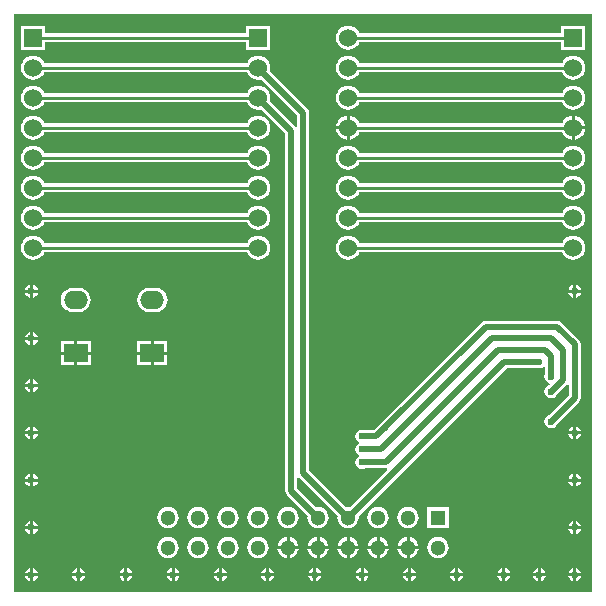
<source format=gbl>
G04 Layer_Physical_Order=2*
G04 Layer_Color=11436288*
%FSLAX25Y25*%
%MOIN*%
G70*
G01*
G75*
%ADD16C,0.01969*%
%ADD17C,0.01000*%
%ADD18C,0.06000*%
%ADD19R,0.06000X0.06000*%
%ADD20O,0.08000X0.06000*%
%ADD21R,0.08000X0.06000*%
%ADD22C,0.05118*%
%ADD23R,0.05118X0.05118*%
%ADD24C,0.02362*%
G36*
X352107Y317184D02*
X159704D01*
Y509587D01*
X352107D01*
Y317184D01*
D02*
G37*
%LPC*%
G36*
X345957Y324959D02*
X345606Y324889D01*
X344884Y324407D01*
X344402Y323686D01*
X344332Y323335D01*
X345957D01*
Y324959D01*
D02*
G37*
G36*
X346957D02*
Y323335D01*
X348581D01*
X348511Y323686D01*
X348029Y324407D01*
X347308Y324889D01*
X346957Y324959D01*
D02*
G37*
G36*
X334146D02*
X333795Y324889D01*
X333073Y324407D01*
X332591Y323686D01*
X332521Y323335D01*
X334146D01*
Y324959D01*
D02*
G37*
G36*
X335146D02*
Y323335D01*
X336770D01*
X336700Y323686D01*
X336218Y324407D01*
X335497Y324889D01*
X335146Y324959D01*
D02*
G37*
G36*
X210906Y335401D02*
X209976Y335279D01*
X209111Y334920D01*
X208367Y334349D01*
X207797Y333606D01*
X207438Y332740D01*
X207316Y331811D01*
X207438Y330882D01*
X207797Y330016D01*
X208367Y329273D01*
X209111Y328702D01*
X209976Y328344D01*
X210906Y328221D01*
X211835Y328344D01*
X212700Y328702D01*
X213444Y329273D01*
X214014Y330016D01*
X214373Y330882D01*
X214495Y331811D01*
X214373Y332740D01*
X214014Y333606D01*
X213444Y334349D01*
X212700Y334920D01*
X211835Y335279D01*
X210906Y335401D01*
D02*
G37*
G36*
X240905D02*
X239976Y335279D01*
X239111Y334920D01*
X238367Y334349D01*
X237797Y333606D01*
X237438Y332740D01*
X237316Y331811D01*
X237438Y330882D01*
X237797Y330016D01*
X238367Y329273D01*
X239111Y328702D01*
X239976Y328344D01*
X240905Y328221D01*
X241835Y328344D01*
X242700Y328702D01*
X243444Y329273D01*
X244014Y330016D01*
X244373Y330882D01*
X244495Y331811D01*
X244373Y332740D01*
X244014Y333606D01*
X243444Y334349D01*
X242700Y334920D01*
X241835Y335279D01*
X240905Y335401D01*
D02*
G37*
G36*
X300905D02*
X299976Y335279D01*
X299111Y334920D01*
X298367Y334349D01*
X297797Y333606D01*
X297438Y332740D01*
X297316Y331811D01*
X297438Y330882D01*
X297797Y330016D01*
X298367Y329273D01*
X299111Y328702D01*
X299976Y328344D01*
X300905Y328221D01*
X301835Y328344D01*
X302700Y328702D01*
X303444Y329273D01*
X304014Y330016D01*
X304373Y330882D01*
X304495Y331811D01*
X304373Y332740D01*
X304014Y333606D01*
X303444Y334349D01*
X302700Y334920D01*
X301835Y335279D01*
X300905Y335401D01*
D02*
G37*
G36*
X220905D02*
X219976Y335279D01*
X219111Y334920D01*
X218367Y334349D01*
X217797Y333606D01*
X217438Y332740D01*
X217316Y331811D01*
X217438Y330882D01*
X217797Y330016D01*
X218367Y329273D01*
X219111Y328702D01*
X219976Y328344D01*
X220905Y328221D01*
X221835Y328344D01*
X222700Y328702D01*
X223444Y329273D01*
X224014Y330016D01*
X224373Y330882D01*
X224495Y331811D01*
X224373Y332740D01*
X224014Y333606D01*
X223444Y334349D01*
X222700Y334920D01*
X221835Y335279D01*
X220905Y335401D01*
D02*
G37*
G36*
X230906D02*
X229976Y335279D01*
X229111Y334920D01*
X228367Y334349D01*
X227797Y333606D01*
X227438Y332740D01*
X227316Y331811D01*
X227438Y330882D01*
X227797Y330016D01*
X228367Y329273D01*
X229111Y328702D01*
X229976Y328344D01*
X230906Y328221D01*
X231835Y328344D01*
X232700Y328702D01*
X233444Y329273D01*
X234014Y330016D01*
X234373Y330882D01*
X234495Y331811D01*
X234373Y332740D01*
X234014Y333606D01*
X233444Y334349D01*
X232700Y334920D01*
X231835Y335279D01*
X230906Y335401D01*
D02*
G37*
G36*
X323335Y324959D02*
Y323335D01*
X324959D01*
X324889Y323686D01*
X324407Y324407D01*
X323686Y324889D01*
X323335Y324959D01*
D02*
G37*
G36*
X275091D02*
X274740Y324889D01*
X274018Y324407D01*
X273536Y323686D01*
X273466Y323335D01*
X275091D01*
Y324959D01*
D02*
G37*
G36*
X276091D02*
Y323335D01*
X277715D01*
X277645Y323686D01*
X277163Y324407D01*
X276442Y324889D01*
X276091Y324959D01*
D02*
G37*
G36*
X259343D02*
X258991Y324889D01*
X258270Y324407D01*
X257788Y323686D01*
X257718Y323335D01*
X259343D01*
Y324959D01*
D02*
G37*
G36*
X260343D02*
Y323335D01*
X261967D01*
X261897Y323686D01*
X261415Y324407D01*
X260694Y324889D01*
X260343Y324959D01*
D02*
G37*
G36*
X290839D02*
X290488Y324889D01*
X289766Y324407D01*
X289284Y323686D01*
X289214Y323335D01*
X290839D01*
Y324959D01*
D02*
G37*
G36*
X307587D02*
Y323335D01*
X309211D01*
X309141Y323686D01*
X308659Y324407D01*
X307938Y324889D01*
X307587Y324959D01*
D02*
G37*
G36*
X322335D02*
X321984Y324889D01*
X321262Y324407D01*
X320780Y323686D01*
X320710Y323335D01*
X322335D01*
Y324959D01*
D02*
G37*
G36*
X291839D02*
Y323335D01*
X293463D01*
X293393Y323686D01*
X292911Y324407D01*
X292190Y324889D01*
X291839Y324959D01*
D02*
G37*
G36*
X306587D02*
X306236Y324889D01*
X305514Y324407D01*
X305032Y323686D01*
X304962Y323335D01*
X306587D01*
Y324959D01*
D02*
G37*
G36*
X260405Y335335D02*
X259976Y335279D01*
X259111Y334920D01*
X258367Y334349D01*
X257797Y333606D01*
X257438Y332740D01*
X257382Y332311D01*
X260405D01*
Y335335D01*
D02*
G37*
G36*
X261405D02*
Y332311D01*
X264429D01*
X264373Y332740D01*
X264014Y333606D01*
X263444Y334349D01*
X262700Y334920D01*
X261835Y335279D01*
X261405Y335335D01*
D02*
G37*
G36*
X250406D02*
X249976Y335279D01*
X249111Y334920D01*
X248367Y334349D01*
X247797Y333606D01*
X247438Y332740D01*
X247382Y332311D01*
X250406D01*
Y335335D01*
D02*
G37*
G36*
X251406D02*
Y332311D01*
X254429D01*
X254373Y332740D01*
X254014Y333606D01*
X253444Y334349D01*
X252700Y334920D01*
X251835Y335279D01*
X251406Y335335D01*
D02*
G37*
G36*
X270406D02*
X269976Y335279D01*
X269111Y334920D01*
X268367Y334349D01*
X267797Y333606D01*
X267438Y332740D01*
X267382Y332311D01*
X270406D01*
Y335335D01*
D02*
G37*
G36*
X281405D02*
Y332311D01*
X284429D01*
X284373Y332740D01*
X284014Y333606D01*
X283444Y334349D01*
X282700Y334920D01*
X281835Y335279D01*
X281405Y335335D01*
D02*
G37*
G36*
X290406D02*
X289976Y335279D01*
X289111Y334920D01*
X288367Y334349D01*
X287797Y333606D01*
X287438Y332740D01*
X287382Y332311D01*
X290406D01*
Y335335D01*
D02*
G37*
G36*
X271406D02*
Y332311D01*
X274429D01*
X274373Y332740D01*
X274014Y333606D01*
X273444Y334349D01*
X272700Y334920D01*
X271835Y335279D01*
X271406Y335335D01*
D02*
G37*
G36*
X280405D02*
X279976Y335279D01*
X279111Y334920D01*
X278367Y334349D01*
X277797Y333606D01*
X277438Y332740D01*
X277382Y332311D01*
X280405D01*
Y335335D01*
D02*
G37*
G36*
X294429Y331311D02*
X291406D01*
Y328287D01*
X291835Y328344D01*
X292700Y328702D01*
X293444Y329273D01*
X294014Y330016D01*
X294373Y330882D01*
X294429Y331311D01*
D02*
G37*
G36*
X260405D02*
X257382D01*
X257438Y330882D01*
X257797Y330016D01*
X258367Y329273D01*
X259111Y328702D01*
X259976Y328344D01*
X260405Y328287D01*
Y331311D01*
D02*
G37*
G36*
X264429D02*
X261405D01*
Y328287D01*
X261835Y328344D01*
X262700Y328702D01*
X263444Y329273D01*
X264014Y330016D01*
X264373Y330882D01*
X264429Y331311D01*
D02*
G37*
G36*
X250406D02*
X247382D01*
X247438Y330882D01*
X247797Y330016D01*
X248367Y329273D01*
X249111Y328702D01*
X249976Y328344D01*
X250406Y328287D01*
Y331311D01*
D02*
G37*
G36*
X254429D02*
X251406D01*
Y328287D01*
X251835Y328344D01*
X252700Y328702D01*
X253444Y329273D01*
X254014Y330016D01*
X254373Y330882D01*
X254429Y331311D01*
D02*
G37*
G36*
X270406D02*
X267382D01*
X267438Y330882D01*
X267797Y330016D01*
X268367Y329273D01*
X269111Y328702D01*
X269976Y328344D01*
X270406Y328287D01*
Y331311D01*
D02*
G37*
G36*
X284429D02*
X281405D01*
Y328287D01*
X281835Y328344D01*
X282700Y328702D01*
X283444Y329273D01*
X284014Y330016D01*
X284373Y330882D01*
X284429Y331311D01*
D02*
G37*
G36*
X290406D02*
X287382D01*
X287438Y330882D01*
X287797Y330016D01*
X288367Y329273D01*
X289111Y328702D01*
X289976Y328344D01*
X290406Y328287D01*
Y331311D01*
D02*
G37*
G36*
X274429D02*
X271406D01*
Y328287D01*
X271835Y328344D01*
X272700Y328702D01*
X273444Y329273D01*
X274014Y330016D01*
X274373Y330882D01*
X274429Y331311D01*
D02*
G37*
G36*
X280405D02*
X277382D01*
X277438Y330882D01*
X277797Y330016D01*
X278367Y329273D01*
X279111Y328702D01*
X279976Y328344D01*
X280405Y328287D01*
Y331311D01*
D02*
G37*
G36*
X259343Y322335D02*
X257718D01*
X257788Y321984D01*
X258270Y321262D01*
X258991Y320780D01*
X259343Y320710D01*
Y322335D01*
D02*
G37*
G36*
X261967D02*
X260343D01*
Y320710D01*
X260694Y320780D01*
X261415Y321262D01*
X261897Y321984D01*
X261967Y322335D01*
D02*
G37*
G36*
X243594D02*
X241970D01*
X242040Y321984D01*
X242522Y321262D01*
X243243Y320780D01*
X243594Y320710D01*
Y322335D01*
D02*
G37*
G36*
X246219D02*
X244594D01*
Y320710D01*
X244945Y320780D01*
X245667Y321262D01*
X246149Y321984D01*
X246219Y322335D01*
D02*
G37*
G36*
X275091D02*
X273466D01*
X273536Y321984D01*
X274018Y321262D01*
X274740Y320780D01*
X275091Y320710D01*
Y322335D01*
D02*
G37*
G36*
X293463D02*
X291839D01*
Y320710D01*
X292190Y320780D01*
X292911Y321262D01*
X293393Y321984D01*
X293463Y322335D01*
D02*
G37*
G36*
X306587D02*
X304962D01*
X305032Y321984D01*
X305514Y321262D01*
X306236Y320780D01*
X306587Y320710D01*
Y322335D01*
D02*
G37*
G36*
X277715D02*
X276091D01*
Y320710D01*
X276442Y320780D01*
X277163Y321262D01*
X277645Y321984D01*
X277715Y322335D01*
D02*
G37*
G36*
X290839D02*
X289214D01*
X289284Y321984D01*
X289766Y321262D01*
X290488Y320780D01*
X290839Y320710D01*
Y322335D01*
D02*
G37*
G36*
X230471D02*
X228846D01*
Y320710D01*
X229197Y320780D01*
X229919Y321262D01*
X230401Y321984D01*
X230471Y322335D01*
D02*
G37*
G36*
X180602D02*
X178978D01*
X179048Y321984D01*
X179530Y321262D01*
X180251Y320780D01*
X180602Y320710D01*
Y322335D01*
D02*
G37*
G36*
X183227D02*
X181602D01*
Y320710D01*
X181953Y320780D01*
X182675Y321262D01*
X183157Y321984D01*
X183227Y322335D01*
D02*
G37*
G36*
X164854D02*
X163230D01*
X163300Y321984D01*
X163782Y321262D01*
X164503Y320780D01*
X164854Y320710D01*
Y322335D01*
D02*
G37*
G36*
X167479D02*
X165854D01*
Y320710D01*
X166205Y320780D01*
X166927Y321262D01*
X167409Y321984D01*
X167479Y322335D01*
D02*
G37*
G36*
X196350D02*
X194726D01*
X194796Y321984D01*
X195278Y321262D01*
X195999Y320780D01*
X196350Y320710D01*
Y322335D01*
D02*
G37*
G36*
X214723D02*
X213098D01*
Y320710D01*
X213449Y320780D01*
X214171Y321262D01*
X214653Y321984D01*
X214723Y322335D01*
D02*
G37*
G36*
X227846D02*
X226222D01*
X226292Y321984D01*
X226774Y321262D01*
X227495Y320780D01*
X227846Y320710D01*
Y322335D01*
D02*
G37*
G36*
X198975D02*
X197350D01*
Y320710D01*
X197701Y320780D01*
X198423Y321262D01*
X198905Y321984D01*
X198975Y322335D01*
D02*
G37*
G36*
X212098D02*
X210474D01*
X210544Y321984D01*
X211026Y321262D01*
X211747Y320780D01*
X212098Y320710D01*
Y322335D01*
D02*
G37*
G36*
X197350Y324959D02*
Y323335D01*
X198975D01*
X198905Y323686D01*
X198423Y324407D01*
X197701Y324889D01*
X197350Y324959D01*
D02*
G37*
G36*
X212098D02*
X211747Y324889D01*
X211026Y324407D01*
X210544Y323686D01*
X210474Y323335D01*
X212098D01*
Y324959D01*
D02*
G37*
G36*
X181602D02*
Y323335D01*
X183227D01*
X183157Y323686D01*
X182675Y324407D01*
X181953Y324889D01*
X181602Y324959D01*
D02*
G37*
G36*
X196350D02*
X195999Y324889D01*
X195278Y324407D01*
X194796Y323686D01*
X194726Y323335D01*
X196350D01*
Y324959D01*
D02*
G37*
G36*
X213098D02*
Y323335D01*
X214723D01*
X214653Y323686D01*
X214171Y324407D01*
X213449Y324889D01*
X213098Y324959D01*
D02*
G37*
G36*
X243594D02*
X243243Y324889D01*
X242522Y324407D01*
X242040Y323686D01*
X241970Y323335D01*
X243594D01*
Y324959D01*
D02*
G37*
G36*
X244594D02*
Y323335D01*
X246219D01*
X246149Y323686D01*
X245667Y324407D01*
X244945Y324889D01*
X244594Y324959D01*
D02*
G37*
G36*
X227846D02*
X227495Y324889D01*
X226774Y324407D01*
X226292Y323686D01*
X226222Y323335D01*
X227846D01*
Y324959D01*
D02*
G37*
G36*
X228846D02*
Y323335D01*
X230471D01*
X230401Y323686D01*
X229919Y324407D01*
X229197Y324889D01*
X228846Y324959D01*
D02*
G37*
G36*
X180602D02*
X180251Y324889D01*
X179530Y324407D01*
X179048Y323686D01*
X178978Y323335D01*
X180602D01*
Y324959D01*
D02*
G37*
G36*
X324959Y322335D02*
X323335D01*
Y320710D01*
X323686Y320780D01*
X324407Y321262D01*
X324889Y321984D01*
X324959Y322335D01*
D02*
G37*
G36*
X334146D02*
X332521D01*
X332591Y321984D01*
X333073Y321262D01*
X333795Y320780D01*
X334146Y320710D01*
Y322335D01*
D02*
G37*
G36*
X309211D02*
X307587D01*
Y320710D01*
X307938Y320780D01*
X308659Y321262D01*
X309141Y321984D01*
X309211Y322335D01*
D02*
G37*
G36*
X322335D02*
X320710D01*
X320780Y321984D01*
X321262Y321262D01*
X321984Y320780D01*
X322335Y320710D01*
Y322335D01*
D02*
G37*
G36*
X336770D02*
X335146D01*
Y320710D01*
X335497Y320780D01*
X336218Y321262D01*
X336700Y321984D01*
X336770Y322335D01*
D02*
G37*
G36*
X164854Y324959D02*
X164503Y324889D01*
X163782Y324407D01*
X163300Y323686D01*
X163230Y323335D01*
X164854D01*
Y324959D01*
D02*
G37*
G36*
X165854D02*
Y323335D01*
X167479D01*
X167409Y323686D01*
X166927Y324407D01*
X166205Y324889D01*
X165854Y324959D01*
D02*
G37*
G36*
X345957Y322335D02*
X344332D01*
X344402Y321984D01*
X344884Y321262D01*
X345606Y320780D01*
X345957Y320710D01*
Y322335D01*
D02*
G37*
G36*
X348581D02*
X346957D01*
Y320710D01*
X347308Y320780D01*
X348029Y321262D01*
X348511Y321984D01*
X348581Y322335D01*
D02*
G37*
G36*
X291406Y335335D02*
Y332311D01*
X294429D01*
X294373Y332740D01*
X294014Y333606D01*
X293444Y334349D01*
X292700Y334920D01*
X291835Y335279D01*
X291406Y335335D01*
D02*
G37*
G36*
X167479Y416823D02*
X165854D01*
Y415198D01*
X166205Y415268D01*
X166927Y415750D01*
X167409Y416472D01*
X167479Y416823D01*
D02*
G37*
G36*
X345957D02*
X344332D01*
X344402Y416472D01*
X344884Y415750D01*
X345606Y415268D01*
X345957Y415198D01*
Y416823D01*
D02*
G37*
G36*
X206709Y418405D02*
X204709D01*
X203664Y418267D01*
X202691Y417864D01*
X201856Y417223D01*
X201215Y416387D01*
X200812Y415414D01*
X200674Y414370D01*
X200812Y413326D01*
X201215Y412353D01*
X201856Y411517D01*
X202691Y410876D01*
X203664Y410473D01*
X204709Y410335D01*
X206709D01*
X207753Y410473D01*
X208726Y410876D01*
X209561Y411517D01*
X210203Y412353D01*
X210606Y413326D01*
X210743Y414370D01*
X210606Y415414D01*
X210203Y416387D01*
X209561Y417223D01*
X208726Y417864D01*
X207753Y418267D01*
X206709Y418405D01*
D02*
G37*
G36*
X164854Y416823D02*
X163230D01*
X163300Y416472D01*
X163782Y415750D01*
X164503Y415268D01*
X164854Y415198D01*
Y416823D01*
D02*
G37*
G36*
X348581D02*
X346957D01*
Y415198D01*
X347308Y415268D01*
X348029Y415750D01*
X348511Y416472D01*
X348581Y416823D01*
D02*
G37*
G36*
X345957Y419447D02*
X345606Y419377D01*
X344884Y418895D01*
X344402Y418174D01*
X344332Y417823D01*
X345957D01*
Y419447D01*
D02*
G37*
G36*
X346957D02*
Y417823D01*
X348581D01*
X348511Y418174D01*
X348029Y418895D01*
X347308Y419377D01*
X346957Y419447D01*
D02*
G37*
G36*
X164854D02*
X164503Y419377D01*
X163782Y418895D01*
X163300Y418174D01*
X163230Y417823D01*
X164854D01*
Y419447D01*
D02*
G37*
G36*
X165854D02*
Y417823D01*
X167479D01*
X167409Y418174D01*
X166927Y418895D01*
X166205Y419377D01*
X165854Y419447D01*
D02*
G37*
G36*
X181118Y418405D02*
X179118D01*
X178074Y418267D01*
X177101Y417864D01*
X176265Y417223D01*
X175624Y416387D01*
X175221Y415414D01*
X175083Y414370D01*
X175221Y413326D01*
X175624Y412353D01*
X176265Y411517D01*
X177101Y410876D01*
X178074Y410473D01*
X179118Y410335D01*
X181118D01*
X182162Y410473D01*
X183135Y410876D01*
X183971Y411517D01*
X184612Y412353D01*
X185015Y413326D01*
X185153Y414370D01*
X185015Y415414D01*
X184612Y416387D01*
X183971Y417223D01*
X183135Y417864D01*
X182162Y418267D01*
X181118Y418405D01*
D02*
G37*
G36*
X185118Y400654D02*
X180618D01*
Y397153D01*
X185118D01*
Y400654D01*
D02*
G37*
G36*
X205209D02*
X200709D01*
Y397153D01*
X205209D01*
Y400654D01*
D02*
G37*
G36*
X210709Y396153D02*
X206209D01*
Y392653D01*
X210709D01*
Y396153D01*
D02*
G37*
G36*
X179618Y400654D02*
X175118D01*
Y397153D01*
X179618D01*
Y400654D01*
D02*
G37*
G36*
X210709D02*
X206209D01*
Y397153D01*
X210709D01*
Y400654D01*
D02*
G37*
G36*
X164854Y403699D02*
X164503Y403629D01*
X163782Y403147D01*
X163300Y402426D01*
X163230Y402075D01*
X164854D01*
Y403699D01*
D02*
G37*
G36*
X165854D02*
Y402075D01*
X167479D01*
X167409Y402426D01*
X166927Y403147D01*
X166205Y403629D01*
X165854Y403699D01*
D02*
G37*
G36*
X164854Y401075D02*
X163230D01*
X163300Y400724D01*
X163782Y400002D01*
X164503Y399520D01*
X164854Y399450D01*
Y401075D01*
D02*
G37*
G36*
X167479D02*
X165854D01*
Y399450D01*
X166205Y399520D01*
X166927Y400002D01*
X167409Y400724D01*
X167479Y401075D01*
D02*
G37*
G36*
X240905Y475846D02*
X239861Y475708D01*
X238888Y475305D01*
X238053Y474664D01*
X237411Y473828D01*
X237209Y473341D01*
X169602D01*
X169399Y473828D01*
X168758Y474664D01*
X167923Y475305D01*
X166950Y475708D01*
X165905Y475846D01*
X164861Y475708D01*
X163888Y475305D01*
X163053Y474664D01*
X162411Y473828D01*
X162009Y472855D01*
X161871Y471811D01*
X162009Y470767D01*
X162411Y469794D01*
X163053Y468958D01*
X163888Y468317D01*
X164861Y467914D01*
X165905Y467777D01*
X166950Y467914D01*
X167923Y468317D01*
X168758Y468958D01*
X169399Y469794D01*
X169602Y470282D01*
X237209D01*
X237411Y469794D01*
X238053Y468958D01*
X238888Y468317D01*
X239861Y467914D01*
X240905Y467777D01*
X241950Y467914D01*
X242923Y468317D01*
X243758Y468958D01*
X244399Y469794D01*
X244803Y470767D01*
X244940Y471811D01*
X244803Y472855D01*
X244399Y473828D01*
X243758Y474664D01*
X242923Y475305D01*
X241950Y475708D01*
X240905Y475846D01*
D02*
G37*
G36*
X345406Y475780D02*
X344861Y475708D01*
X343888Y475305D01*
X343053Y474664D01*
X342411Y473828D01*
X342209Y473341D01*
X274602D01*
X274399Y473828D01*
X273758Y474664D01*
X272923Y475305D01*
X271950Y475708D01*
X271406Y475780D01*
Y471811D01*
Y467842D01*
X271950Y467914D01*
X272923Y468317D01*
X273758Y468958D01*
X274399Y469794D01*
X274602Y470282D01*
X342209D01*
X342411Y469794D01*
X343053Y468958D01*
X343888Y468317D01*
X344861Y467914D01*
X345406Y467842D01*
Y471811D01*
Y475780D01*
D02*
G37*
G36*
X270406D02*
X269861Y475708D01*
X268888Y475305D01*
X268053Y474664D01*
X267411Y473828D01*
X267008Y472855D01*
X266937Y472311D01*
X270406D01*
Y475780D01*
D02*
G37*
G36*
X346406D02*
Y472311D01*
X349874D01*
X349803Y472855D01*
X349399Y473828D01*
X348758Y474664D01*
X347923Y475305D01*
X346950Y475708D01*
X346406Y475780D01*
D02*
G37*
G36*
X345905Y485846D02*
X344861Y485708D01*
X343888Y485305D01*
X343053Y484664D01*
X342411Y483828D01*
X342209Y483341D01*
X274602D01*
X274399Y483828D01*
X273758Y484664D01*
X272923Y485305D01*
X271950Y485708D01*
X270905Y485846D01*
X269861Y485708D01*
X268888Y485305D01*
X268053Y484664D01*
X267411Y483828D01*
X267008Y482855D01*
X266871Y481811D01*
X267008Y480767D01*
X267411Y479794D01*
X268053Y478958D01*
X268888Y478317D01*
X269861Y477914D01*
X270905Y477777D01*
X271950Y477914D01*
X272923Y478317D01*
X273758Y478958D01*
X274399Y479794D01*
X274602Y480282D01*
X342209D01*
X342411Y479794D01*
X343053Y478958D01*
X343888Y478317D01*
X344861Y477914D01*
X345905Y477777D01*
X346950Y477914D01*
X347923Y478317D01*
X348758Y478958D01*
X349399Y479794D01*
X349803Y480767D01*
X349940Y481811D01*
X349803Y482855D01*
X349399Y483828D01*
X348758Y484664D01*
X347923Y485305D01*
X346950Y485708D01*
X345905Y485846D01*
D02*
G37*
G36*
X270905Y505846D02*
X269861Y505708D01*
X268888Y505305D01*
X268053Y504664D01*
X267411Y503828D01*
X267008Y502855D01*
X266871Y501811D01*
X267008Y500767D01*
X267411Y499794D01*
X268053Y498958D01*
X268888Y498317D01*
X269861Y497914D01*
X270905Y497777D01*
X271950Y497914D01*
X272923Y498317D01*
X273758Y498958D01*
X274399Y499794D01*
X274602Y500282D01*
X341905D01*
Y497811D01*
X349905D01*
Y505811D01*
X341905D01*
Y503340D01*
X274602D01*
X274399Y503828D01*
X273758Y504664D01*
X272923Y505305D01*
X271950Y505708D01*
X270905Y505846D01*
D02*
G37*
G36*
X244905Y505811D02*
X236906D01*
Y503340D01*
X169905D01*
Y505811D01*
X161906D01*
Y497811D01*
X169905D01*
Y500282D01*
X236906D01*
Y497811D01*
X244905D01*
Y505811D01*
D02*
G37*
G36*
X240905Y495846D02*
X239861Y495708D01*
X238888Y495305D01*
X238053Y494664D01*
X237411Y493828D01*
X237209Y493340D01*
X169602D01*
X169399Y493828D01*
X168758Y494664D01*
X167923Y495305D01*
X166950Y495708D01*
X165905Y495846D01*
X164861Y495708D01*
X163888Y495305D01*
X163053Y494664D01*
X162411Y493828D01*
X162009Y492855D01*
X161871Y491811D01*
X162009Y490767D01*
X162411Y489794D01*
X163053Y488958D01*
X163888Y488317D01*
X164861Y487914D01*
X165905Y487777D01*
X166950Y487914D01*
X167923Y488317D01*
X168758Y488958D01*
X169399Y489794D01*
X169602Y490282D01*
X237209D01*
X237411Y489794D01*
X238053Y488958D01*
X238888Y488317D01*
X239861Y487914D01*
X240905Y487777D01*
X241942Y487913D01*
X253882Y475973D01*
Y472355D01*
X253454Y472199D01*
X253382Y472195D01*
X244804Y480774D01*
X244940Y481811D01*
X244803Y482855D01*
X244399Y483828D01*
X243758Y484664D01*
X242923Y485305D01*
X241950Y485708D01*
X240905Y485846D01*
X239861Y485708D01*
X238888Y485305D01*
X238053Y484664D01*
X237411Y483828D01*
X237209Y483341D01*
X169602D01*
X169399Y483828D01*
X168758Y484664D01*
X167923Y485305D01*
X166950Y485708D01*
X165905Y485846D01*
X164861Y485708D01*
X163888Y485305D01*
X163053Y484664D01*
X162411Y483828D01*
X162009Y482855D01*
X161871Y481811D01*
X162009Y480767D01*
X162411Y479794D01*
X163053Y478958D01*
X163888Y478317D01*
X164861Y477914D01*
X165905Y477777D01*
X166950Y477914D01*
X167923Y478317D01*
X168758Y478958D01*
X169399Y479794D01*
X169602Y480282D01*
X237209D01*
X237411Y479794D01*
X238053Y478958D01*
X238888Y478317D01*
X239861Y477914D01*
X240905Y477777D01*
X241942Y477913D01*
X249945Y469910D01*
Y350748D01*
X250099Y349974D01*
X250538Y349318D01*
X257400Y342455D01*
X257316Y341811D01*
X257438Y340882D01*
X257797Y340016D01*
X258367Y339273D01*
X259111Y338702D01*
X259976Y338344D01*
X260906Y338221D01*
X261835Y338344D01*
X262700Y338702D01*
X263444Y339273D01*
X264014Y340016D01*
X264373Y340882D01*
X264495Y341811D01*
X264373Y342740D01*
X264014Y343606D01*
X263444Y344349D01*
X262700Y344920D01*
X261835Y345279D01*
X260906Y345401D01*
X260262Y345316D01*
X253992Y351586D01*
Y355204D01*
X254420Y355361D01*
X254492Y355364D01*
X267401Y342455D01*
X267316Y341811D01*
X267438Y340882D01*
X267797Y340016D01*
X268367Y339273D01*
X269111Y338702D01*
X269976Y338344D01*
X270905Y338221D01*
X271835Y338344D01*
X272700Y338702D01*
X273444Y339273D01*
X274014Y340016D01*
X274373Y340882D01*
X274495Y341811D01*
X274411Y342455D01*
X323791Y391835D01*
X333748D01*
X333795Y391804D01*
X334646Y391634D01*
X335497Y391804D01*
X336059Y392180D01*
X336560Y391965D01*
Y389756D01*
X336528Y389709D01*
X336359Y388858D01*
X336528Y388007D01*
X337010Y387286D01*
X337732Y386804D01*
X337992Y386752D01*
X338137Y386274D01*
X337787Y385924D01*
X337732Y385913D01*
X337010Y385431D01*
X336528Y384709D01*
X336359Y383858D01*
X336528Y383007D01*
X337010Y382286D01*
X337732Y381804D01*
X338583Y381634D01*
X339434Y381804D01*
X340155Y382286D01*
X340637Y383007D01*
X340648Y383063D01*
X343934Y386348D01*
X344005Y386345D01*
X344433Y386188D01*
Y382570D01*
X337787Y375924D01*
X337732Y375913D01*
X337010Y375431D01*
X336528Y374709D01*
X336359Y373858D01*
X336528Y373007D01*
X337010Y372286D01*
X337732Y371804D01*
X338583Y371634D01*
X339434Y371804D01*
X340155Y372286D01*
X340637Y373007D01*
X340648Y373063D01*
X347887Y380302D01*
X348326Y380958D01*
X348480Y381732D01*
Y399606D01*
X348326Y400381D01*
X347887Y401037D01*
X341982Y406942D01*
X341325Y407381D01*
X340551Y407535D01*
X316929D01*
X316155Y407381D01*
X315498Y406942D01*
X282034Y373478D01*
X279477Y370921D01*
X276489D01*
X276442Y370952D01*
X275590Y371121D01*
X274740Y370952D01*
X274018Y370470D01*
X273536Y369749D01*
X273367Y368898D01*
X273536Y368047D01*
X274018Y367325D01*
X274455Y367033D01*
Y366432D01*
X274018Y366139D01*
X273536Y365418D01*
X273367Y364567D01*
X273536Y363716D01*
X274018Y362994D01*
X274455Y362702D01*
Y362101D01*
X274018Y361809D01*
X273536Y361087D01*
X273367Y360236D01*
X273536Y359385D01*
X274018Y358664D01*
X274740Y358182D01*
X275590Y358012D01*
X276442Y358182D01*
X276489Y358213D01*
X283465D01*
X283807Y358281D01*
X284054Y357821D01*
X271549Y345316D01*
X270905Y345401D01*
X270262Y345316D01*
X257929Y357649D01*
Y476811D01*
X257775Y477585D01*
X257336Y478242D01*
X244804Y490774D01*
X244940Y491811D01*
X244803Y492855D01*
X244399Y493828D01*
X243758Y494664D01*
X242923Y495305D01*
X241950Y495708D01*
X240905Y495846D01*
D02*
G37*
G36*
X345905D02*
X344861Y495708D01*
X343888Y495305D01*
X343053Y494664D01*
X342411Y493828D01*
X342209Y493340D01*
X274602D01*
X274399Y493828D01*
X273758Y494664D01*
X272923Y495305D01*
X271950Y495708D01*
X270905Y495846D01*
X269861Y495708D01*
X268888Y495305D01*
X268053Y494664D01*
X267411Y493828D01*
X267008Y492855D01*
X266871Y491811D01*
X267008Y490767D01*
X267411Y489794D01*
X268053Y488958D01*
X268888Y488317D01*
X269861Y487914D01*
X270905Y487777D01*
X271950Y487914D01*
X272923Y488317D01*
X273758Y488958D01*
X274399Y489794D01*
X274602Y490282D01*
X342209D01*
X342411Y489794D01*
X343053Y488958D01*
X343888Y488317D01*
X344861Y487914D01*
X345905Y487777D01*
X346950Y487914D01*
X347923Y488317D01*
X348758Y488958D01*
X349399Y489794D01*
X349803Y490767D01*
X349940Y491811D01*
X349803Y492855D01*
X349399Y493828D01*
X348758Y494664D01*
X347923Y495305D01*
X346950Y495708D01*
X345905Y495846D01*
D02*
G37*
G36*
X349874Y471311D02*
X346406D01*
Y467842D01*
X346950Y467914D01*
X347923Y468317D01*
X348758Y468958D01*
X349399Y469794D01*
X349803Y470767D01*
X349874Y471311D01*
D02*
G37*
G36*
X240905Y445846D02*
X239861Y445708D01*
X238888Y445305D01*
X238053Y444664D01*
X237411Y443828D01*
X237209Y443340D01*
X169602D01*
X169399Y443828D01*
X168758Y444664D01*
X167923Y445305D01*
X166950Y445708D01*
X165905Y445846D01*
X164861Y445708D01*
X163888Y445305D01*
X163053Y444664D01*
X162411Y443828D01*
X162009Y442855D01*
X161871Y441811D01*
X162009Y440767D01*
X162411Y439794D01*
X163053Y438958D01*
X163888Y438317D01*
X164861Y437914D01*
X165905Y437777D01*
X166950Y437914D01*
X167923Y438317D01*
X168758Y438958D01*
X169399Y439794D01*
X169602Y440282D01*
X237209D01*
X237411Y439794D01*
X238053Y438958D01*
X238888Y438317D01*
X239861Y437914D01*
X240905Y437777D01*
X241950Y437914D01*
X242923Y438317D01*
X243758Y438958D01*
X244399Y439794D01*
X244803Y440767D01*
X244940Y441811D01*
X244803Y442855D01*
X244399Y443828D01*
X243758Y444664D01*
X242923Y445305D01*
X241950Y445708D01*
X240905Y445846D01*
D02*
G37*
G36*
X345905D02*
X344861Y445708D01*
X343888Y445305D01*
X343053Y444664D01*
X342411Y443828D01*
X342209Y443340D01*
X274602D01*
X274399Y443828D01*
X273758Y444664D01*
X272923Y445305D01*
X271950Y445708D01*
X270905Y445846D01*
X269861Y445708D01*
X268888Y445305D01*
X268053Y444664D01*
X267411Y443828D01*
X267008Y442855D01*
X266871Y441811D01*
X267008Y440767D01*
X267411Y439794D01*
X268053Y438958D01*
X268888Y438317D01*
X269861Y437914D01*
X270905Y437777D01*
X271950Y437914D01*
X272923Y438317D01*
X273758Y438958D01*
X274399Y439794D01*
X274602Y440282D01*
X342209D01*
X342411Y439794D01*
X343053Y438958D01*
X343888Y438317D01*
X344861Y437914D01*
X345905Y437777D01*
X346950Y437914D01*
X347923Y438317D01*
X348758Y438958D01*
X349399Y439794D01*
X349803Y440767D01*
X349940Y441811D01*
X349803Y442855D01*
X349399Y443828D01*
X348758Y444664D01*
X347923Y445305D01*
X346950Y445708D01*
X345905Y445846D01*
D02*
G37*
G36*
X240905Y435846D02*
X239861Y435708D01*
X238888Y435305D01*
X238053Y434664D01*
X237411Y433828D01*
X237209Y433341D01*
X169602D01*
X169399Y433828D01*
X168758Y434664D01*
X167923Y435305D01*
X166950Y435708D01*
X165905Y435846D01*
X164861Y435708D01*
X163888Y435305D01*
X163053Y434664D01*
X162411Y433828D01*
X162009Y432855D01*
X161871Y431811D01*
X162009Y430767D01*
X162411Y429794D01*
X163053Y428958D01*
X163888Y428317D01*
X164861Y427914D01*
X165905Y427777D01*
X166950Y427914D01*
X167923Y428317D01*
X168758Y428958D01*
X169399Y429794D01*
X169602Y430282D01*
X237209D01*
X237411Y429794D01*
X238053Y428958D01*
X238888Y428317D01*
X239861Y427914D01*
X240905Y427777D01*
X241950Y427914D01*
X242923Y428317D01*
X243758Y428958D01*
X244399Y429794D01*
X244803Y430767D01*
X244940Y431811D01*
X244803Y432855D01*
X244399Y433828D01*
X243758Y434664D01*
X242923Y435305D01*
X241950Y435708D01*
X240905Y435846D01*
D02*
G37*
G36*
X345905D02*
X344861Y435708D01*
X343888Y435305D01*
X343053Y434664D01*
X342411Y433828D01*
X342209Y433341D01*
X274602D01*
X274399Y433828D01*
X273758Y434664D01*
X272923Y435305D01*
X271950Y435708D01*
X270905Y435846D01*
X269861Y435708D01*
X268888Y435305D01*
X268053Y434664D01*
X267411Y433828D01*
X267008Y432855D01*
X266871Y431811D01*
X267008Y430767D01*
X267411Y429794D01*
X268053Y428958D01*
X268888Y428317D01*
X269861Y427914D01*
X270905Y427777D01*
X271950Y427914D01*
X272923Y428317D01*
X273758Y428958D01*
X274399Y429794D01*
X274602Y430282D01*
X342209D01*
X342411Y429794D01*
X343053Y428958D01*
X343888Y428317D01*
X344861Y427914D01*
X345905Y427777D01*
X346950Y427914D01*
X347923Y428317D01*
X348758Y428958D01*
X349399Y429794D01*
X349803Y430767D01*
X349940Y431811D01*
X349803Y432855D01*
X349399Y433828D01*
X348758Y434664D01*
X347923Y435305D01*
X346950Y435708D01*
X345905Y435846D01*
D02*
G37*
G36*
X240905Y455846D02*
X239861Y455708D01*
X238888Y455305D01*
X238053Y454664D01*
X237411Y453828D01*
X237209Y453340D01*
X169602D01*
X169399Y453828D01*
X168758Y454664D01*
X167923Y455305D01*
X166950Y455708D01*
X165905Y455846D01*
X164861Y455708D01*
X163888Y455305D01*
X163053Y454664D01*
X162411Y453828D01*
X162009Y452855D01*
X161871Y451811D01*
X162009Y450767D01*
X162411Y449794D01*
X163053Y448958D01*
X163888Y448317D01*
X164861Y447914D01*
X165905Y447777D01*
X166950Y447914D01*
X167923Y448317D01*
X168758Y448958D01*
X169399Y449794D01*
X169602Y450282D01*
X237209D01*
X237411Y449794D01*
X238053Y448958D01*
X238888Y448317D01*
X239861Y447914D01*
X240905Y447777D01*
X241950Y447914D01*
X242923Y448317D01*
X243758Y448958D01*
X244399Y449794D01*
X244803Y450767D01*
X244940Y451811D01*
X244803Y452855D01*
X244399Y453828D01*
X243758Y454664D01*
X242923Y455305D01*
X241950Y455708D01*
X240905Y455846D01*
D02*
G37*
G36*
X345905Y465846D02*
X344861Y465708D01*
X343888Y465305D01*
X343053Y464664D01*
X342411Y463828D01*
X342209Y463341D01*
X274602D01*
X274399Y463828D01*
X273758Y464664D01*
X272923Y465305D01*
X271950Y465708D01*
X270905Y465846D01*
X269861Y465708D01*
X268888Y465305D01*
X268053Y464664D01*
X267411Y463828D01*
X267008Y462855D01*
X266871Y461811D01*
X267008Y460767D01*
X267411Y459794D01*
X268053Y458958D01*
X268888Y458317D01*
X269861Y457914D01*
X270905Y457777D01*
X271950Y457914D01*
X272923Y458317D01*
X273758Y458958D01*
X274399Y459794D01*
X274602Y460282D01*
X342209D01*
X342411Y459794D01*
X343053Y458958D01*
X343888Y458317D01*
X344861Y457914D01*
X345905Y457777D01*
X346950Y457914D01*
X347923Y458317D01*
X348758Y458958D01*
X349399Y459794D01*
X349803Y460767D01*
X349940Y461811D01*
X349803Y462855D01*
X349399Y463828D01*
X348758Y464664D01*
X347923Y465305D01*
X346950Y465708D01*
X345905Y465846D01*
D02*
G37*
G36*
X270406Y471311D02*
X266937D01*
X267008Y470767D01*
X267411Y469794D01*
X268053Y468958D01*
X268888Y468317D01*
X269861Y467914D01*
X270406Y467842D01*
Y471311D01*
D02*
G37*
G36*
X345905Y455846D02*
X344861Y455708D01*
X343888Y455305D01*
X343053Y454664D01*
X342411Y453828D01*
X342209Y453340D01*
X274602D01*
X274399Y453828D01*
X273758Y454664D01*
X272923Y455305D01*
X271950Y455708D01*
X270905Y455846D01*
X269861Y455708D01*
X268888Y455305D01*
X268053Y454664D01*
X267411Y453828D01*
X267008Y452855D01*
X266871Y451811D01*
X267008Y450767D01*
X267411Y449794D01*
X268053Y448958D01*
X268888Y448317D01*
X269861Y447914D01*
X270905Y447777D01*
X271950Y447914D01*
X272923Y448317D01*
X273758Y448958D01*
X274399Y449794D01*
X274602Y450282D01*
X342209D01*
X342411Y449794D01*
X343053Y448958D01*
X343888Y448317D01*
X344861Y447914D01*
X345905Y447777D01*
X346950Y447914D01*
X347923Y448317D01*
X348758Y448958D01*
X349399Y449794D01*
X349803Y450767D01*
X349940Y451811D01*
X349803Y452855D01*
X349399Y453828D01*
X348758Y454664D01*
X347923Y455305D01*
X346950Y455708D01*
X345905Y455846D01*
D02*
G37*
G36*
X240905Y465846D02*
X239861Y465708D01*
X238888Y465305D01*
X238053Y464664D01*
X237411Y463828D01*
X237209Y463341D01*
X169602D01*
X169399Y463828D01*
X168758Y464664D01*
X167923Y465305D01*
X166950Y465708D01*
X165905Y465846D01*
X164861Y465708D01*
X163888Y465305D01*
X163053Y464664D01*
X162411Y463828D01*
X162009Y462855D01*
X161871Y461811D01*
X162009Y460767D01*
X162411Y459794D01*
X163053Y458958D01*
X163888Y458317D01*
X164861Y457914D01*
X165905Y457777D01*
X166950Y457914D01*
X167923Y458317D01*
X168758Y458958D01*
X169399Y459794D01*
X169602Y460282D01*
X237209D01*
X237411Y459794D01*
X238053Y458958D01*
X238888Y458317D01*
X239861Y457914D01*
X240905Y457777D01*
X241950Y457914D01*
X242923Y458317D01*
X243758Y458958D01*
X244399Y459794D01*
X244803Y460767D01*
X244940Y461811D01*
X244803Y462855D01*
X244399Y463828D01*
X243758Y464664D01*
X242923Y465305D01*
X241950Y465708D01*
X240905Y465846D01*
D02*
G37*
G36*
X205209Y396153D02*
X200709D01*
Y392653D01*
X205209D01*
Y396153D01*
D02*
G37*
G36*
X164854Y340707D02*
X164503Y340637D01*
X163782Y340155D01*
X163300Y339434D01*
X163230Y339083D01*
X164854D01*
Y340707D01*
D02*
G37*
G36*
X165854D02*
Y339083D01*
X167479D01*
X167409Y339434D01*
X166927Y340155D01*
X166205Y340637D01*
X165854Y340707D01*
D02*
G37*
G36*
X290905Y345401D02*
X289976Y345279D01*
X289111Y344920D01*
X288367Y344349D01*
X287797Y343606D01*
X287438Y342740D01*
X287316Y341811D01*
X287438Y340882D01*
X287797Y340016D01*
X288367Y339273D01*
X289111Y338702D01*
X289976Y338344D01*
X290905Y338221D01*
X291835Y338344D01*
X292700Y338702D01*
X293444Y339273D01*
X294014Y340016D01*
X294373Y340882D01*
X294495Y341811D01*
X294373Y342740D01*
X294014Y343606D01*
X293444Y344349D01*
X292700Y344920D01*
X291835Y345279D01*
X290905Y345401D01*
D02*
G37*
G36*
X304465Y345370D02*
X297346D01*
Y338252D01*
X304465D01*
Y345370D01*
D02*
G37*
G36*
X345957Y340707D02*
X345606Y340637D01*
X344884Y340155D01*
X344402Y339434D01*
X344332Y339083D01*
X345957D01*
Y340707D01*
D02*
G37*
G36*
X167479Y353831D02*
X165854D01*
Y352206D01*
X166205Y352276D01*
X166927Y352758D01*
X167409Y353480D01*
X167479Y353831D01*
D02*
G37*
G36*
X345957D02*
X344332D01*
X344402Y353480D01*
X344884Y352758D01*
X345606Y352276D01*
X345957Y352206D01*
Y353831D01*
D02*
G37*
G36*
X346957Y340707D02*
Y339083D01*
X348581D01*
X348511Y339434D01*
X348029Y340155D01*
X347308Y340637D01*
X346957Y340707D01*
D02*
G37*
G36*
X164854Y353831D02*
X163230D01*
X163300Y353480D01*
X163782Y352758D01*
X164503Y352276D01*
X164854Y352206D01*
Y353831D01*
D02*
G37*
G36*
X280906Y345401D02*
X279976Y345279D01*
X279111Y344920D01*
X278367Y344349D01*
X277797Y343606D01*
X277438Y342740D01*
X277316Y341811D01*
X277438Y340882D01*
X277797Y340016D01*
X278367Y339273D01*
X279111Y338702D01*
X279976Y338344D01*
X280906Y338221D01*
X281835Y338344D01*
X282700Y338702D01*
X283444Y339273D01*
X284014Y340016D01*
X284373Y340882D01*
X284495Y341811D01*
X284373Y342740D01*
X284014Y343606D01*
X283444Y344349D01*
X282700Y344920D01*
X281835Y345279D01*
X280906Y345401D01*
D02*
G37*
G36*
X345957Y338083D02*
X344332D01*
X344402Y337732D01*
X344884Y337010D01*
X345606Y336528D01*
X345957Y336458D01*
Y338083D01*
D02*
G37*
G36*
X348581D02*
X346957D01*
Y336458D01*
X347308Y336528D01*
X348029Y337010D01*
X348511Y337732D01*
X348581Y338083D01*
D02*
G37*
G36*
X164854D02*
X163230D01*
X163300Y337732D01*
X163782Y337010D01*
X164503Y336528D01*
X164854Y336458D01*
Y338083D01*
D02*
G37*
G36*
X167479D02*
X165854D01*
Y336458D01*
X166205Y336528D01*
X166927Y337010D01*
X167409Y337732D01*
X167479Y338083D01*
D02*
G37*
G36*
X210906Y345401D02*
X209976Y345279D01*
X209111Y344920D01*
X208367Y344349D01*
X207797Y343606D01*
X207438Y342740D01*
X207316Y341811D01*
X207438Y340882D01*
X207797Y340016D01*
X208367Y339273D01*
X209111Y338702D01*
X209976Y338344D01*
X210906Y338221D01*
X211835Y338344D01*
X212700Y338702D01*
X213444Y339273D01*
X214014Y340016D01*
X214373Y340882D01*
X214495Y341811D01*
X214373Y342740D01*
X214014Y343606D01*
X213444Y344349D01*
X212700Y344920D01*
X211835Y345279D01*
X210906Y345401D01*
D02*
G37*
G36*
X240905D02*
X239976Y345279D01*
X239111Y344920D01*
X238367Y344349D01*
X237797Y343606D01*
X237438Y342740D01*
X237316Y341811D01*
X237438Y340882D01*
X237797Y340016D01*
X238367Y339273D01*
X239111Y338702D01*
X239976Y338344D01*
X240905Y338221D01*
X241835Y338344D01*
X242700Y338702D01*
X243444Y339273D01*
X244014Y340016D01*
X244373Y340882D01*
X244495Y341811D01*
X244373Y342740D01*
X244014Y343606D01*
X243444Y344349D01*
X242700Y344920D01*
X241835Y345279D01*
X240905Y345401D01*
D02*
G37*
G36*
X250905D02*
X249976Y345279D01*
X249111Y344920D01*
X248367Y344349D01*
X247797Y343606D01*
X247438Y342740D01*
X247316Y341811D01*
X247438Y340882D01*
X247797Y340016D01*
X248367Y339273D01*
X249111Y338702D01*
X249976Y338344D01*
X250905Y338221D01*
X251835Y338344D01*
X252700Y338702D01*
X253444Y339273D01*
X254014Y340016D01*
X254373Y340882D01*
X254495Y341811D01*
X254373Y342740D01*
X254014Y343606D01*
X253444Y344349D01*
X252700Y344920D01*
X251835Y345279D01*
X250905Y345401D01*
D02*
G37*
G36*
X220905D02*
X219976Y345279D01*
X219111Y344920D01*
X218367Y344349D01*
X217797Y343606D01*
X217438Y342740D01*
X217316Y341811D01*
X217438Y340882D01*
X217797Y340016D01*
X218367Y339273D01*
X219111Y338702D01*
X219976Y338344D01*
X220905Y338221D01*
X221835Y338344D01*
X222700Y338702D01*
X223444Y339273D01*
X224014Y340016D01*
X224373Y340882D01*
X224495Y341811D01*
X224373Y342740D01*
X224014Y343606D01*
X223444Y344349D01*
X222700Y344920D01*
X221835Y345279D01*
X220905Y345401D01*
D02*
G37*
G36*
X230906D02*
X229976Y345279D01*
X229111Y344920D01*
X228367Y344349D01*
X227797Y343606D01*
X227438Y342740D01*
X227316Y341811D01*
X227438Y340882D01*
X227797Y340016D01*
X228367Y339273D01*
X229111Y338702D01*
X229976Y338344D01*
X230906Y338221D01*
X231835Y338344D01*
X232700Y338702D01*
X233444Y339273D01*
X234014Y340016D01*
X234373Y340882D01*
X234495Y341811D01*
X234373Y342740D01*
X234014Y343606D01*
X233444Y344349D01*
X232700Y344920D01*
X231835Y345279D01*
X230906Y345401D01*
D02*
G37*
G36*
X346957Y372203D02*
Y370579D01*
X348581D01*
X348511Y370930D01*
X348029Y371651D01*
X347308Y372133D01*
X346957Y372203D01*
D02*
G37*
G36*
X164854Y385327D02*
X163230D01*
X163300Y384976D01*
X163782Y384254D01*
X164503Y383772D01*
X164854Y383702D01*
Y385327D01*
D02*
G37*
G36*
X165854Y372203D02*
Y370579D01*
X167479D01*
X167409Y370930D01*
X166927Y371651D01*
X166205Y372133D01*
X165854Y372203D01*
D02*
G37*
G36*
X345957D02*
X345606Y372133D01*
X344884Y371651D01*
X344402Y370930D01*
X344332Y370579D01*
X345957D01*
Y372203D01*
D02*
G37*
G36*
X167479Y385327D02*
X165854D01*
Y383702D01*
X166205Y383772D01*
X166927Y384254D01*
X167409Y384976D01*
X167479Y385327D01*
D02*
G37*
G36*
X179618Y396153D02*
X175118D01*
Y392653D01*
X179618D01*
Y396153D01*
D02*
G37*
G36*
X185118D02*
X180618D01*
Y392653D01*
X185118D01*
Y396153D01*
D02*
G37*
G36*
X164854Y387951D02*
X164503Y387881D01*
X163782Y387399D01*
X163300Y386678D01*
X163230Y386327D01*
X164854D01*
Y387951D01*
D02*
G37*
G36*
X165854D02*
Y386327D01*
X167479D01*
X167409Y386678D01*
X166927Y387399D01*
X166205Y387881D01*
X165854Y387951D01*
D02*
G37*
G36*
X164854Y372203D02*
X164503Y372133D01*
X163782Y371651D01*
X163300Y370930D01*
X163230Y370579D01*
X164854D01*
Y372203D01*
D02*
G37*
G36*
X165854Y356455D02*
Y354831D01*
X167479D01*
X167409Y355182D01*
X166927Y355903D01*
X166205Y356385D01*
X165854Y356455D01*
D02*
G37*
G36*
X345957D02*
X345606Y356385D01*
X344884Y355903D01*
X344402Y355182D01*
X344332Y354831D01*
X345957D01*
Y356455D01*
D02*
G37*
G36*
X348581Y353831D02*
X346957D01*
Y352206D01*
X347308Y352276D01*
X348029Y352758D01*
X348511Y353480D01*
X348581Y353831D01*
D02*
G37*
G36*
X164854Y356455D02*
X164503Y356385D01*
X163782Y355903D01*
X163300Y355182D01*
X163230Y354831D01*
X164854D01*
Y356455D01*
D02*
G37*
G36*
X346957D02*
Y354831D01*
X348581D01*
X348511Y355182D01*
X348029Y355903D01*
X347308Y356385D01*
X346957Y356455D01*
D02*
G37*
G36*
X345957Y369579D02*
X344332D01*
X344402Y369228D01*
X344884Y368506D01*
X345606Y368024D01*
X345957Y367954D01*
Y369579D01*
D02*
G37*
G36*
X348581D02*
X346957D01*
Y367954D01*
X347308Y368024D01*
X348029Y368506D01*
X348511Y369228D01*
X348581Y369579D01*
D02*
G37*
G36*
X164854D02*
X163230D01*
X163300Y369228D01*
X163782Y368506D01*
X164503Y368024D01*
X164854Y367954D01*
Y369579D01*
D02*
G37*
G36*
X167479D02*
X165854D01*
Y367954D01*
X166205Y368024D01*
X166927Y368506D01*
X167409Y369228D01*
X167479Y369579D01*
D02*
G37*
%LPD*%
D16*
X280315Y368898D02*
X316929Y405512D01*
X280315Y368898D02*
X283465Y372047D01*
X275590Y368898D02*
X280315D01*
X281890Y364567D02*
X318898Y401575D01*
X281890Y364567D02*
X284646Y367323D01*
X275590Y364567D02*
X281890D01*
X338583Y373858D02*
X346457Y381732D01*
Y399606D01*
X340551Y405512D02*
X346457Y399606D01*
X316929Y405512D02*
X340551D01*
X318898Y401575D02*
X338583D01*
X342520Y397638D01*
Y387795D02*
Y397638D01*
X338583Y383858D02*
X342520Y387795D01*
X320866Y397638D02*
X336614D01*
X338583Y395669D01*
Y388858D02*
Y395669D01*
X322953Y393858D02*
X334646D01*
X270905Y341811D02*
X322953Y393858D01*
X283465Y360236D02*
X320866Y397638D01*
X275590Y360236D02*
X283465D01*
X240905Y491811D02*
X255906Y476811D01*
Y356811D02*
Y476811D01*
Y356811D02*
X270905Y341811D01*
X240905Y481811D02*
X251968Y470748D01*
Y350748D02*
Y470748D01*
Y350748D02*
X260906Y341811D01*
D17*
X270905Y501811D02*
X345905D01*
X270905Y491811D02*
X345905D01*
X270905Y481811D02*
X345905D01*
X270905Y471811D02*
X345905D01*
X270905Y461811D02*
X345905D01*
X270905Y451811D02*
X345905D01*
X270905Y441811D02*
X345905D01*
X270905Y431811D02*
X345905D01*
X165905D02*
X240905D01*
X165905Y441811D02*
X240905D01*
X165905Y451811D02*
X240905D01*
X165905Y461811D02*
X240905D01*
X165905Y471811D02*
X240905D01*
X165905Y481811D02*
X240905D01*
X165905Y491811D02*
X240905D01*
X165905Y501811D02*
X240905D01*
D18*
X270905Y441811D02*
D03*
Y501811D02*
D03*
X240905Y431811D02*
D03*
Y491811D02*
D03*
X270905D02*
D03*
Y481811D02*
D03*
X240905D02*
D03*
Y471811D02*
D03*
X270905D02*
D03*
Y461811D02*
D03*
X240905D02*
D03*
Y451811D02*
D03*
X270905D02*
D03*
Y431811D02*
D03*
X240905Y441811D02*
D03*
X345905Y431811D02*
D03*
Y441811D02*
D03*
Y451811D02*
D03*
Y461811D02*
D03*
Y471811D02*
D03*
Y481811D02*
D03*
Y491811D02*
D03*
X165905Y431811D02*
D03*
Y441811D02*
D03*
Y451811D02*
D03*
Y461811D02*
D03*
Y471811D02*
D03*
Y481811D02*
D03*
Y491811D02*
D03*
D19*
X240905Y501811D02*
D03*
X345905D02*
D03*
X165905D02*
D03*
D20*
X180118Y414370D02*
D03*
X205709D02*
D03*
D21*
X180118Y396654D02*
D03*
X205709D02*
D03*
D22*
X240905Y331811D02*
D03*
Y341811D02*
D03*
X230906D02*
D03*
Y331811D02*
D03*
X220905D02*
D03*
Y341811D02*
D03*
X210906D02*
D03*
Y331811D02*
D03*
X250905Y341811D02*
D03*
Y331811D02*
D03*
X260906D02*
D03*
Y341811D02*
D03*
X270905D02*
D03*
Y331811D02*
D03*
X280906D02*
D03*
Y341811D02*
D03*
X290905D02*
D03*
Y331811D02*
D03*
X300905D02*
D03*
D23*
Y341811D02*
D03*
D24*
X346457Y417323D02*
D03*
Y370079D02*
D03*
Y354331D02*
D03*
Y338583D02*
D03*
Y322835D02*
D03*
X334646D02*
D03*
X322835D02*
D03*
X307087D02*
D03*
X291338D02*
D03*
X275590D02*
D03*
X259842D02*
D03*
X244094D02*
D03*
X228346D02*
D03*
X212598D02*
D03*
X196850D02*
D03*
X165354Y417323D02*
D03*
Y401575D02*
D03*
Y385827D02*
D03*
Y370079D02*
D03*
Y354331D02*
D03*
Y338583D02*
D03*
X181102Y322835D02*
D03*
X165354D02*
D03*
X338583Y388858D02*
D03*
X275590Y368898D02*
D03*
Y364567D02*
D03*
Y360236D02*
D03*
X338583Y373858D02*
D03*
Y383858D02*
D03*
X334646Y393858D02*
D03*
M02*

</source>
